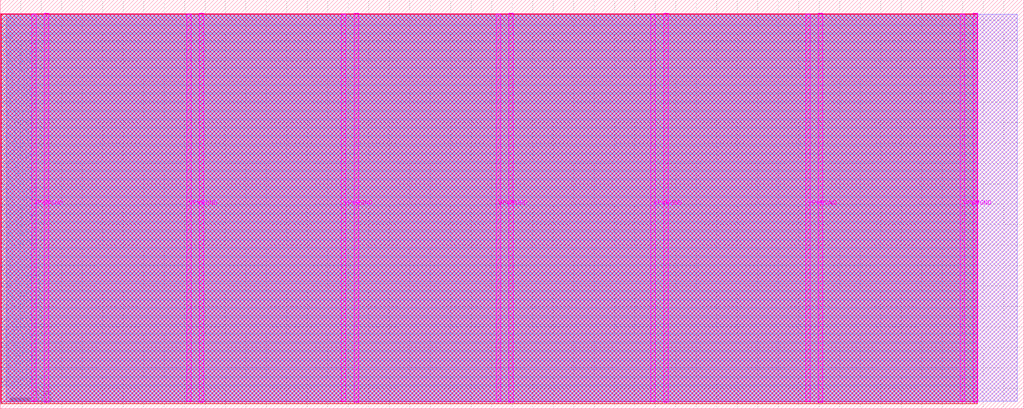
<source format=lef>
VERSION 5.7 ;
  NOWIREEXTENSIONATPIN ON ;
  DIVIDERCHAR "/" ;
  BUSBITCHARS "[]" ;
MACRO heichips25_top_sorter
  CLASS BLOCK ;
  FOREIGN heichips25_top_sorter ;
  ORIGIN 0.000 0.000 ;
  SIZE 500.000 BY 200.000 ;
  PIN VGND
    DIRECTION INOUT ;
    USE GROUND ;
    PORT
      LAYER TopMetal1 ;
        RECT 21.580 3.150 23.780 193.410 ;
    END
    PORT
      LAYER TopMetal1 ;
        RECT 97.180 3.150 99.380 193.410 ;
    END
    PORT
      LAYER TopMetal1 ;
        RECT 172.780 3.150 174.980 193.410 ;
    END
    PORT
      LAYER TopMetal1 ;
        RECT 248.380 3.150 250.580 193.410 ;
    END
    PORT
      LAYER TopMetal1 ;
        RECT 323.980 3.150 326.180 193.410 ;
    END
    PORT
      LAYER TopMetal1 ;
        RECT 399.580 3.150 401.780 193.410 ;
    END
    PORT
      LAYER TopMetal1 ;
        RECT 475.180 3.150 477.380 193.410 ;
    END
  END VGND
  PIN VPWR
    DIRECTION INOUT ;
    USE POWER ;
    PORT
      LAYER TopMetal1 ;
        RECT 15.380 3.560 17.580 193.000 ;
    END
    PORT
      LAYER TopMetal1 ;
        RECT 90.980 3.560 93.180 193.000 ;
    END
    PORT
      LAYER TopMetal1 ;
        RECT 166.580 3.560 168.780 193.000 ;
    END
    PORT
      LAYER TopMetal1 ;
        RECT 242.180 3.560 244.380 193.000 ;
    END
    PORT
      LAYER TopMetal1 ;
        RECT 317.780 3.560 319.980 193.000 ;
    END
    PORT
      LAYER TopMetal1 ;
        RECT 393.380 3.560 395.580 193.000 ;
    END
    PORT
      LAYER TopMetal1 ;
        RECT 468.980 3.560 471.180 193.000 ;
    END
  END VPWR
  PIN clk
    DIRECTION INPUT ;
    USE SIGNAL ;
    ANTENNAGATEAREA 0.725400 ;
    PORT
      LAYER Metal3 ;
        RECT 0.000 183.340 0.400 183.740 ;
    END
  END clk
  PIN ena
    DIRECTION INPUT ;
    USE SIGNAL ;
    PORT
      LAYER Metal3 ;
        RECT 0.000 179.140 0.400 179.540 ;
    END
  END ena
  PIN rst_n
    DIRECTION INPUT ;
    USE SIGNAL ;
    ANTENNAGATEAREA 0.725400 ;
    PORT
      LAYER Metal3 ;
        RECT 0.000 187.540 0.400 187.940 ;
    END
  END rst_n
  PIN ui_in[0]
    DIRECTION INPUT ;
    USE SIGNAL ;
    ANTENNAGATEAREA 0.725400 ;
    PORT
      LAYER Metal3 ;
        RECT 0.000 111.940 0.400 112.340 ;
    END
  END ui_in[0]
  PIN ui_in[1]
    DIRECTION INPUT ;
    USE SIGNAL ;
    ANTENNAGATEAREA 1.450800 ;
    PORT
      LAYER Metal3 ;
        RECT 0.000 116.140 0.400 116.540 ;
    END
  END ui_in[1]
  PIN ui_in[2]
    DIRECTION INPUT ;
    USE SIGNAL ;
    ANTENNAGATEAREA 0.725400 ;
    PORT
      LAYER Metal3 ;
        RECT 0.000 120.340 0.400 120.740 ;
    END
  END ui_in[2]
  PIN ui_in[3]
    DIRECTION INPUT ;
    USE SIGNAL ;
    ANTENNAGATEAREA 1.450800 ;
    PORT
      LAYER Metal3 ;
        RECT 0.000 124.540 0.400 124.940 ;
    END
  END ui_in[3]
  PIN ui_in[4]
    DIRECTION INPUT ;
    USE SIGNAL ;
    ANTENNAGATEAREA 1.450800 ;
    PORT
      LAYER Metal3 ;
        RECT 0.000 128.740 0.400 129.140 ;
    END
  END ui_in[4]
  PIN ui_in[5]
    DIRECTION INPUT ;
    USE SIGNAL ;
    ANTENNAGATEAREA 1.450800 ;
    PORT
      LAYER Metal3 ;
        RECT 0.000 132.940 0.400 133.340 ;
    END
  END ui_in[5]
  PIN ui_in[6]
    DIRECTION INPUT ;
    USE SIGNAL ;
    ANTENNAGATEAREA 1.450800 ;
    PORT
      LAYER Metal3 ;
        RECT 0.000 137.140 0.400 137.540 ;
    END
  END ui_in[6]
  PIN ui_in[7]
    DIRECTION INPUT ;
    USE SIGNAL ;
    ANTENNAGATEAREA 1.450800 ;
    PORT
      LAYER Metal3 ;
        RECT 0.000 141.340 0.400 141.740 ;
    END
  END ui_in[7]
  PIN uio_in[0]
    DIRECTION INPUT ;
    USE SIGNAL ;
    ANTENNAGATEAREA 1.450800 ;
    PORT
      LAYER Metal3 ;
        RECT 0.000 145.540 0.400 145.940 ;
    END
  END uio_in[0]
  PIN uio_in[1]
    DIRECTION INPUT ;
    USE SIGNAL ;
    ANTENNAGATEAREA 0.213200 ;
    PORT
      LAYER Metal3 ;
        RECT 0.000 149.740 0.400 150.140 ;
    END
  END uio_in[1]
  PIN uio_in[2]
    DIRECTION INPUT ;
    USE SIGNAL ;
    PORT
      LAYER Metal3 ;
        RECT 0.000 153.940 0.400 154.340 ;
    END
  END uio_in[2]
  PIN uio_in[3]
    DIRECTION INPUT ;
    USE SIGNAL ;
    PORT
      LAYER Metal3 ;
        RECT 0.000 158.140 0.400 158.540 ;
    END
  END uio_in[3]
  PIN uio_in[4]
    DIRECTION INPUT ;
    USE SIGNAL ;
    PORT
      LAYER Metal3 ;
        RECT 0.000 162.340 0.400 162.740 ;
    END
  END uio_in[4]
  PIN uio_in[5]
    DIRECTION INPUT ;
    USE SIGNAL ;
    PORT
      LAYER Metal3 ;
        RECT 0.000 166.540 0.400 166.940 ;
    END
  END uio_in[5]
  PIN uio_in[6]
    DIRECTION INPUT ;
    USE SIGNAL ;
    PORT
      LAYER Metal3 ;
        RECT 0.000 170.740 0.400 171.140 ;
    END
  END uio_in[6]
  PIN uio_in[7]
    DIRECTION INPUT ;
    USE SIGNAL ;
    PORT
      LAYER Metal3 ;
        RECT 0.000 174.940 0.400 175.340 ;
    END
  END uio_in[7]
  PIN uio_oe[0]
    DIRECTION OUTPUT ;
    USE SIGNAL ;
    ANTENNADIFFAREA 0.299200 ;
    PORT
      LAYER Metal3 ;
        RECT 0.000 78.340 0.400 78.740 ;
    END
  END uio_oe[0]
  PIN uio_oe[1]
    DIRECTION OUTPUT ;
    USE SIGNAL ;
    ANTENNADIFFAREA 0.299200 ;
    PORT
      LAYER Metal3 ;
        RECT 0.000 82.540 0.400 82.940 ;
    END
  END uio_oe[1]
  PIN uio_oe[2]
    DIRECTION OUTPUT ;
    USE SIGNAL ;
    ANTENNADIFFAREA 0.392700 ;
    PORT
      LAYER Metal3 ;
        RECT 0.000 86.740 0.400 87.140 ;
    END
  END uio_oe[2]
  PIN uio_oe[3]
    DIRECTION OUTPUT ;
    USE SIGNAL ;
    ANTENNADIFFAREA 0.299200 ;
    PORT
      LAYER Metal3 ;
        RECT 0.000 90.940 0.400 91.340 ;
    END
  END uio_oe[3]
  PIN uio_oe[4]
    DIRECTION OUTPUT ;
    USE SIGNAL ;
    ANTENNADIFFAREA 0.299200 ;
    PORT
      LAYER Metal3 ;
        RECT 0.000 95.140 0.400 95.540 ;
    END
  END uio_oe[4]
  PIN uio_oe[5]
    DIRECTION OUTPUT ;
    USE SIGNAL ;
    ANTENNADIFFAREA 0.392700 ;
    PORT
      LAYER Metal3 ;
        RECT 0.000 99.340 0.400 99.740 ;
    END
  END uio_oe[5]
  PIN uio_oe[6]
    DIRECTION OUTPUT ;
    USE SIGNAL ;
    ANTENNADIFFAREA 0.299200 ;
    PORT
      LAYER Metal3 ;
        RECT 0.000 103.540 0.400 103.940 ;
    END
  END uio_oe[6]
  PIN uio_oe[7]
    DIRECTION OUTPUT ;
    USE SIGNAL ;
    ANTENNADIFFAREA 0.299200 ;
    PORT
      LAYER Metal3 ;
        RECT 0.000 107.740 0.400 108.140 ;
    END
  END uio_oe[7]
  PIN uio_out[0]
    DIRECTION OUTPUT ;
    USE SIGNAL ;
    ANTENNADIFFAREA 0.299200 ;
    PORT
      LAYER Metal3 ;
        RECT 0.000 44.740 0.400 45.140 ;
    END
  END uio_out[0]
  PIN uio_out[1]
    DIRECTION OUTPUT ;
    USE SIGNAL ;
    ANTENNADIFFAREA 0.299200 ;
    PORT
      LAYER Metal3 ;
        RECT 0.000 48.940 0.400 49.340 ;
    END
  END uio_out[1]
  PIN uio_out[2]
    DIRECTION OUTPUT ;
    USE SIGNAL ;
    ANTENNADIFFAREA 0.708600 ;
    PORT
      LAYER Metal3 ;
        RECT 0.000 53.140 0.400 53.540 ;
    END
  END uio_out[2]
  PIN uio_out[3]
    DIRECTION OUTPUT ;
    USE SIGNAL ;
    ANTENNADIFFAREA 0.299200 ;
    PORT
      LAYER Metal3 ;
        RECT 0.000 57.340 0.400 57.740 ;
    END
  END uio_out[3]
  PIN uio_out[4]
    DIRECTION OUTPUT ;
    USE SIGNAL ;
    ANTENNADIFFAREA 0.299200 ;
    PORT
      LAYER Metal3 ;
        RECT 0.000 61.540 0.400 61.940 ;
    END
  END uio_out[4]
  PIN uio_out[5]
    DIRECTION OUTPUT ;
    USE SIGNAL ;
    ANTENNADIFFAREA 0.299200 ;
    PORT
      LAYER Metal3 ;
        RECT 0.000 65.740 0.400 66.140 ;
    END
  END uio_out[5]
  PIN uio_out[6]
    DIRECTION OUTPUT ;
    USE SIGNAL ;
    ANTENNADIFFAREA 0.299200 ;
    PORT
      LAYER Metal3 ;
        RECT 0.000 69.940 0.400 70.340 ;
    END
  END uio_out[6]
  PIN uio_out[7]
    DIRECTION OUTPUT ;
    USE SIGNAL ;
    ANTENNADIFFAREA 0.299200 ;
    PORT
      LAYER Metal3 ;
        RECT 0.000 74.140 0.400 74.540 ;
    END
  END uio_out[7]
  PIN uo_out[0]
    DIRECTION OUTPUT ;
    USE SIGNAL ;
    ANTENNADIFFAREA 0.708600 ;
    PORT
      LAYER Metal3 ;
        RECT 0.000 11.140 0.400 11.540 ;
    END
  END uo_out[0]
  PIN uo_out[1]
    DIRECTION OUTPUT ;
    USE SIGNAL ;
    ANTENNADIFFAREA 0.708600 ;
    PORT
      LAYER Metal3 ;
        RECT 0.000 15.340 0.400 15.740 ;
    END
  END uo_out[1]
  PIN uo_out[2]
    DIRECTION OUTPUT ;
    USE SIGNAL ;
    ANTENNADIFFAREA 0.708600 ;
    PORT
      LAYER Metal3 ;
        RECT 0.000 19.540 0.400 19.940 ;
    END
  END uo_out[2]
  PIN uo_out[3]
    DIRECTION OUTPUT ;
    USE SIGNAL ;
    ANTENNADIFFAREA 0.708600 ;
    PORT
      LAYER Metal3 ;
        RECT 0.000 23.740 0.400 24.140 ;
    END
  END uo_out[3]
  PIN uo_out[4]
    DIRECTION OUTPUT ;
    USE SIGNAL ;
    ANTENNADIFFAREA 0.708600 ;
    PORT
      LAYER Metal3 ;
        RECT 0.000 27.940 0.400 28.340 ;
    END
  END uo_out[4]
  PIN uo_out[5]
    DIRECTION OUTPUT ;
    USE SIGNAL ;
    ANTENNADIFFAREA 0.708600 ;
    PORT
      LAYER Metal3 ;
        RECT 0.000 32.140 0.400 32.540 ;
    END
  END uo_out[5]
  PIN uo_out[6]
    DIRECTION OUTPUT ;
    USE SIGNAL ;
    ANTENNADIFFAREA 0.708600 ;
    PORT
      LAYER Metal3 ;
        RECT 0.000 36.340 0.400 36.740 ;
    END
  END uo_out[6]
  PIN uo_out[7]
    DIRECTION OUTPUT ;
    USE SIGNAL ;
    ANTENNADIFFAREA 0.708600 ;
    PORT
      LAYER Metal3 ;
        RECT 0.000 40.540 0.400 40.940 ;
    END
  END uo_out[7]
  OBS
      LAYER GatPoly ;
        RECT 2.880 3.630 496.800 192.930 ;
      LAYER Metal1 ;
        RECT 2.880 3.560 496.800 193.000 ;
      LAYER Metal2 ;
        RECT 0.375 2.375 477.200 192.925 ;
      LAYER Metal3 ;
        RECT 0.335 188.150 477.245 192.880 ;
        RECT 0.610 187.330 477.245 188.150 ;
        RECT 0.335 183.950 477.245 187.330 ;
        RECT 0.610 183.130 477.245 183.950 ;
        RECT 0.335 179.750 477.245 183.130 ;
        RECT 0.610 178.930 477.245 179.750 ;
        RECT 0.335 175.550 477.245 178.930 ;
        RECT 0.610 174.730 477.245 175.550 ;
        RECT 0.335 171.350 477.245 174.730 ;
        RECT 0.610 170.530 477.245 171.350 ;
        RECT 0.335 167.150 477.245 170.530 ;
        RECT 0.610 166.330 477.245 167.150 ;
        RECT 0.335 162.950 477.245 166.330 ;
        RECT 0.610 162.130 477.245 162.950 ;
        RECT 0.335 158.750 477.245 162.130 ;
        RECT 0.610 157.930 477.245 158.750 ;
        RECT 0.335 154.550 477.245 157.930 ;
        RECT 0.610 153.730 477.245 154.550 ;
        RECT 0.335 150.350 477.245 153.730 ;
        RECT 0.610 149.530 477.245 150.350 ;
        RECT 0.335 146.150 477.245 149.530 ;
        RECT 0.610 145.330 477.245 146.150 ;
        RECT 0.335 141.950 477.245 145.330 ;
        RECT 0.610 141.130 477.245 141.950 ;
        RECT 0.335 137.750 477.245 141.130 ;
        RECT 0.610 136.930 477.245 137.750 ;
        RECT 0.335 133.550 477.245 136.930 ;
        RECT 0.610 132.730 477.245 133.550 ;
        RECT 0.335 129.350 477.245 132.730 ;
        RECT 0.610 128.530 477.245 129.350 ;
        RECT 0.335 125.150 477.245 128.530 ;
        RECT 0.610 124.330 477.245 125.150 ;
        RECT 0.335 120.950 477.245 124.330 ;
        RECT 0.610 120.130 477.245 120.950 ;
        RECT 0.335 116.750 477.245 120.130 ;
        RECT 0.610 115.930 477.245 116.750 ;
        RECT 0.335 112.550 477.245 115.930 ;
        RECT 0.610 111.730 477.245 112.550 ;
        RECT 0.335 108.350 477.245 111.730 ;
        RECT 0.610 107.530 477.245 108.350 ;
        RECT 0.335 104.150 477.245 107.530 ;
        RECT 0.610 103.330 477.245 104.150 ;
        RECT 0.335 99.950 477.245 103.330 ;
        RECT 0.610 99.130 477.245 99.950 ;
        RECT 0.335 95.750 477.245 99.130 ;
        RECT 0.610 94.930 477.245 95.750 ;
        RECT 0.335 91.550 477.245 94.930 ;
        RECT 0.610 90.730 477.245 91.550 ;
        RECT 0.335 87.350 477.245 90.730 ;
        RECT 0.610 86.530 477.245 87.350 ;
        RECT 0.335 83.150 477.245 86.530 ;
        RECT 0.610 82.330 477.245 83.150 ;
        RECT 0.335 78.950 477.245 82.330 ;
        RECT 0.610 78.130 477.245 78.950 ;
        RECT 0.335 74.750 477.245 78.130 ;
        RECT 0.610 73.930 477.245 74.750 ;
        RECT 0.335 70.550 477.245 73.930 ;
        RECT 0.610 69.730 477.245 70.550 ;
        RECT 0.335 66.350 477.245 69.730 ;
        RECT 0.610 65.530 477.245 66.350 ;
        RECT 0.335 62.150 477.245 65.530 ;
        RECT 0.610 61.330 477.245 62.150 ;
        RECT 0.335 57.950 477.245 61.330 ;
        RECT 0.610 57.130 477.245 57.950 ;
        RECT 0.335 53.750 477.245 57.130 ;
        RECT 0.610 52.930 477.245 53.750 ;
        RECT 0.335 49.550 477.245 52.930 ;
        RECT 0.610 48.730 477.245 49.550 ;
        RECT 0.335 45.350 477.245 48.730 ;
        RECT 0.610 44.530 477.245 45.350 ;
        RECT 0.335 41.150 477.245 44.530 ;
        RECT 0.610 40.330 477.245 41.150 ;
        RECT 0.335 36.950 477.245 40.330 ;
        RECT 0.610 36.130 477.245 36.950 ;
        RECT 0.335 32.750 477.245 36.130 ;
        RECT 0.610 31.930 477.245 32.750 ;
        RECT 0.335 28.550 477.245 31.930 ;
        RECT 0.610 27.730 477.245 28.550 ;
        RECT 0.335 24.350 477.245 27.730 ;
        RECT 0.610 23.530 477.245 24.350 ;
        RECT 0.335 20.150 477.245 23.530 ;
        RECT 0.610 19.330 477.245 20.150 ;
        RECT 0.335 15.950 477.245 19.330 ;
        RECT 0.610 15.130 477.245 15.950 ;
        RECT 0.335 11.750 477.245 15.130 ;
        RECT 0.610 10.930 477.245 11.750 ;
        RECT 0.335 2.415 477.245 10.930 ;
      LAYER Metal4 ;
        RECT 0.375 2.375 477.200 192.925 ;
      LAYER Metal5 ;
        RECT 0.335 3.470 477.245 193.090 ;
  END
END heichips25_top_sorter
END LIBRARY


</source>
